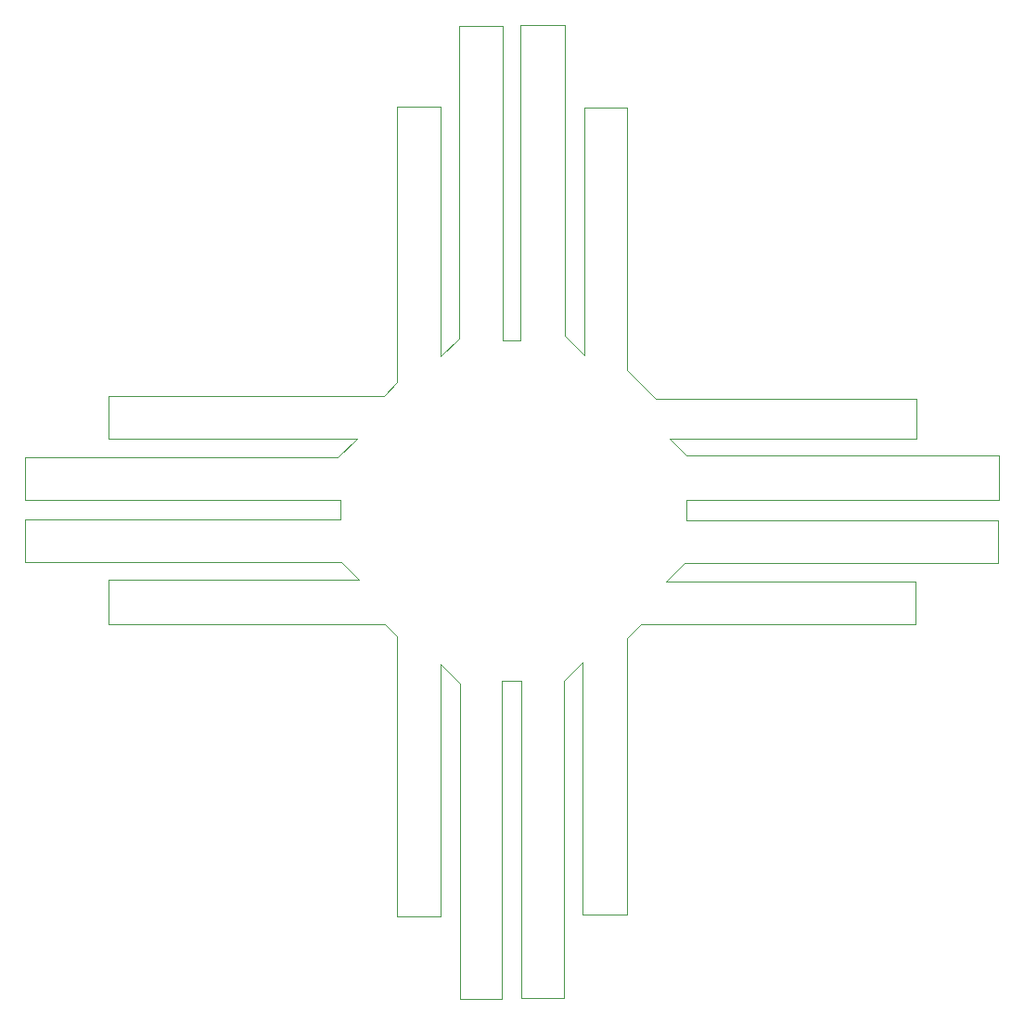
<source format=gm1>
G04 #@! TF.FileFunction,Profile,NP*
%FSLAX46Y46*%
G04 Gerber Fmt 4.6, Leading zero omitted, Abs format (unit mm)*
G04 Created by KiCad (PCBNEW 4.0.7) date Monday, July 16, 2018 'PMt' 08:42:58 PM*
%MOMM*%
%LPD*%
G01*
G04 APERTURE LIST*
%ADD10C,0.100000*%
G04 APERTURE END LIST*
D10*
X218160600Y-126593600D02*
X218160600Y-152171400D01*
X217068400Y-125501400D02*
X218160600Y-126593600D01*
X191770000Y-125501400D02*
X217068400Y-125501400D01*
X191770000Y-121488200D02*
X191770000Y-125501400D01*
X214655400Y-121488200D02*
X191770000Y-121488200D01*
X213055200Y-119888000D02*
X214655400Y-121488200D01*
X184175400Y-119888000D02*
X213055200Y-119888000D01*
X184175400Y-115976400D02*
X184175400Y-119888000D01*
X212979000Y-115976400D02*
X184175400Y-115976400D01*
X212979000Y-114147600D02*
X212979000Y-115976400D01*
X184175400Y-114147600D02*
X212979000Y-114147600D01*
X184175400Y-110312200D02*
X184175400Y-114147600D01*
X212750400Y-110312200D02*
X184175400Y-110312200D01*
X214503000Y-108559600D02*
X212750400Y-110312200D01*
X191770000Y-108559600D02*
X214503000Y-108559600D01*
X191770000Y-104698800D02*
X191770000Y-108559600D01*
X216916000Y-104698800D02*
X191770000Y-104698800D01*
X218160600Y-103454200D02*
X216916000Y-104698800D01*
X218160600Y-78282800D02*
X218160600Y-103454200D01*
X222148400Y-78282800D02*
X218160600Y-78282800D01*
X222148400Y-101041200D02*
X222148400Y-78282800D01*
X223774000Y-99415600D02*
X222148400Y-101041200D01*
X223774000Y-70942200D02*
X223774000Y-99415600D01*
X227812600Y-70942200D02*
X223774000Y-70942200D01*
X227812600Y-99618800D02*
X227812600Y-70942200D01*
X229438200Y-99618800D02*
X227812600Y-99618800D01*
X229438200Y-70789800D02*
X229438200Y-99618800D01*
X233426000Y-70789800D02*
X229438200Y-70789800D01*
X233426000Y-99212400D02*
X233426000Y-70789800D01*
X235204000Y-100990400D02*
X233426000Y-99212400D01*
X235204000Y-78384400D02*
X235204000Y-100990400D01*
X239141000Y-78384400D02*
X235204000Y-78384400D01*
X239141000Y-102362000D02*
X239141000Y-78384400D01*
X241731800Y-104952800D02*
X239141000Y-102362000D01*
X265582400Y-104952800D02*
X241731800Y-104952800D01*
X265582400Y-108585000D02*
X265582400Y-104952800D01*
X243027200Y-108585000D02*
X265582400Y-108585000D01*
X244525800Y-110083600D02*
X243027200Y-108585000D01*
X273126200Y-110083600D02*
X244525800Y-110083600D01*
X273126200Y-114173000D02*
X273126200Y-110083600D01*
X244551200Y-114173000D02*
X273126200Y-114173000D01*
X244551200Y-116052600D02*
X244551200Y-114173000D01*
X273024600Y-116052600D02*
X244551200Y-116052600D01*
X273024600Y-119938800D02*
X273024600Y-116052600D01*
X244373400Y-119938800D02*
X273024600Y-119938800D01*
X242671600Y-121640600D02*
X244373400Y-119938800D01*
X265430000Y-121640600D02*
X242671600Y-121640600D01*
X265430000Y-125526800D02*
X265430000Y-121640600D01*
X240436400Y-125526800D02*
X265430000Y-125526800D01*
X239166400Y-126796800D02*
X240436400Y-125526800D01*
X239166400Y-152019000D02*
X239166400Y-126796800D01*
X235102400Y-152019000D02*
X239166400Y-152019000D01*
X235102400Y-128955800D02*
X235102400Y-152019000D01*
X233400600Y-130657600D02*
X235102400Y-128955800D01*
X233400600Y-159664400D02*
X233400600Y-130657600D01*
X229489000Y-159664400D02*
X233400600Y-159664400D01*
X229489000Y-130657600D02*
X229489000Y-159664400D01*
X227711000Y-130657600D02*
X229489000Y-130657600D01*
X227711000Y-159740600D02*
X227711000Y-130657600D01*
X223926400Y-159740600D02*
X227711000Y-159740600D01*
X223926400Y-130962400D02*
X223926400Y-159740600D01*
X222097600Y-129133600D02*
X223926400Y-130962400D01*
X222097600Y-152171400D02*
X222097600Y-129133600D01*
X222046800Y-152171400D02*
X222097600Y-152171400D01*
X218160600Y-152171400D02*
X222046800Y-152171400D01*
M02*

</source>
